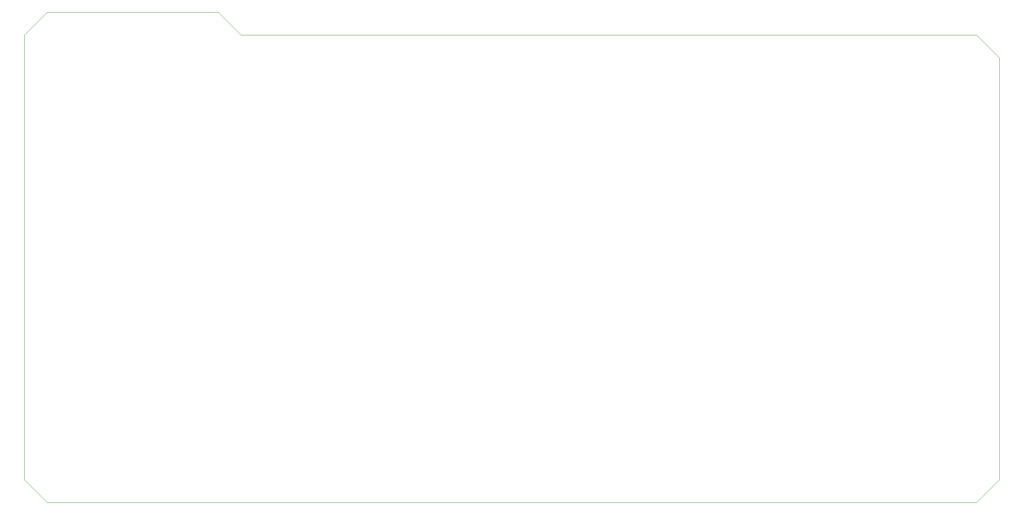
<source format=gbr>
%TF.GenerationSoftware,KiCad,Pcbnew,5.1.6-c6e7f7d~87~ubuntu18.04.1*%
%TF.CreationDate,2020-07-13T16:32:38+01:00*%
%TF.ProjectId,MainBoard_Rev1,4d61696e-426f-4617-9264-5f526576312e,rev?*%
%TF.SameCoordinates,Original*%
%TF.FileFunction,Profile,NP*%
%FSLAX46Y46*%
G04 Gerber Fmt 4.6, Leading zero omitted, Abs format (unit mm)*
G04 Created by KiCad (PCBNEW 5.1.6-c6e7f7d~87~ubuntu18.04.1) date 2020-07-13 16:32:38*
%MOMM*%
%LPD*%
G01*
G04 APERTURE LIST*
%TA.AperFunction,Profile*%
%ADD10C,0.050000*%
%TD*%
G04 APERTURE END LIST*
D10*
X27940000Y-148590000D02*
X27940000Y-146685000D01*
X33020000Y-153670000D02*
X27940000Y-148590000D01*
X34290000Y-153670000D02*
X33020000Y-153670000D01*
X35560000Y-153670000D02*
X34290000Y-153670000D01*
X240030000Y-153670000D02*
X35560000Y-153670000D01*
X245110000Y-148590000D02*
X240030000Y-153670000D01*
X245110000Y-147320000D02*
X245110000Y-148590000D01*
X245110000Y-54610000D02*
X245110000Y-147320000D01*
X240030000Y-49530000D02*
X245110000Y-54610000D01*
X76200000Y-49530000D02*
X240030000Y-49530000D01*
X71120000Y-44450000D02*
X76200000Y-49530000D01*
X27940000Y-49530000D02*
X27940000Y-145415000D01*
X48260000Y-44450000D02*
X33020000Y-44450000D01*
X27940000Y-49530000D02*
X33020000Y-44450000D01*
X48260000Y-44450000D02*
X50165000Y-44450000D01*
X71120000Y-44450000D02*
X50165000Y-44450000D01*
X27940000Y-145415000D02*
X27940000Y-146685000D01*
M02*

</source>
